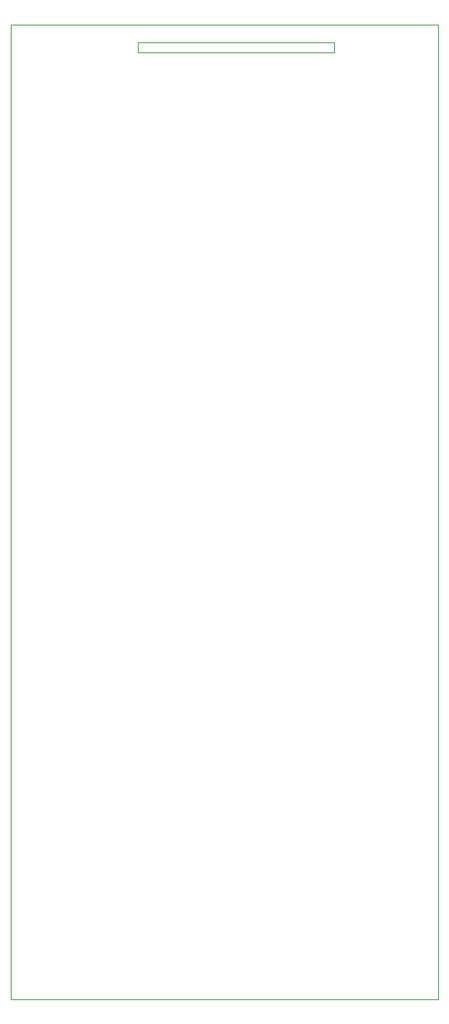
<source format=gbr>
G04 #@! TF.GenerationSoftware,KiCad,Pcbnew,5.1.6-c6e7f7d~87~ubuntu18.04.1*
G04 #@! TF.CreationDate,2020-07-31T10:56:06+02:00*
G04 #@! TF.ProjectId,HMI,484d492e-6b69-4636-9164-5f7063625858,rev?*
G04 #@! TF.SameCoordinates,Original*
G04 #@! TF.FileFunction,Profile,NP*
%FSLAX46Y46*%
G04 Gerber Fmt 4.6, Leading zero omitted, Abs format (unit mm)*
G04 Created by KiCad (PCBNEW 5.1.6-c6e7f7d~87~ubuntu18.04.1) date 2020-07-31 10:56:06*
%MOMM*%
%LPD*%
G01*
G04 APERTURE LIST*
G04 #@! TA.AperFunction,Profile*
%ADD10C,0.050000*%
G04 #@! TD*
G04 APERTURE END LIST*
D10*
X132588000Y-37528500D02*
X132588000Y-37896800D01*
X154178000Y-36766500D02*
X154178000Y-37896800D01*
X132588000Y-36766500D02*
X132588000Y-37528500D01*
X154178000Y-37896800D02*
X132588000Y-37896800D01*
X132588000Y-36766500D02*
X154178000Y-36766500D01*
X118668800Y-34772600D02*
X118668800Y-141833600D01*
X163423600Y-141833600D02*
X118668800Y-141833600D01*
X118668800Y-34772600D02*
X165633400Y-34772600D01*
X165633400Y-34772600D02*
X165633400Y-141833600D01*
X165633400Y-141833600D02*
X163423600Y-141833600D01*
M02*

</source>
